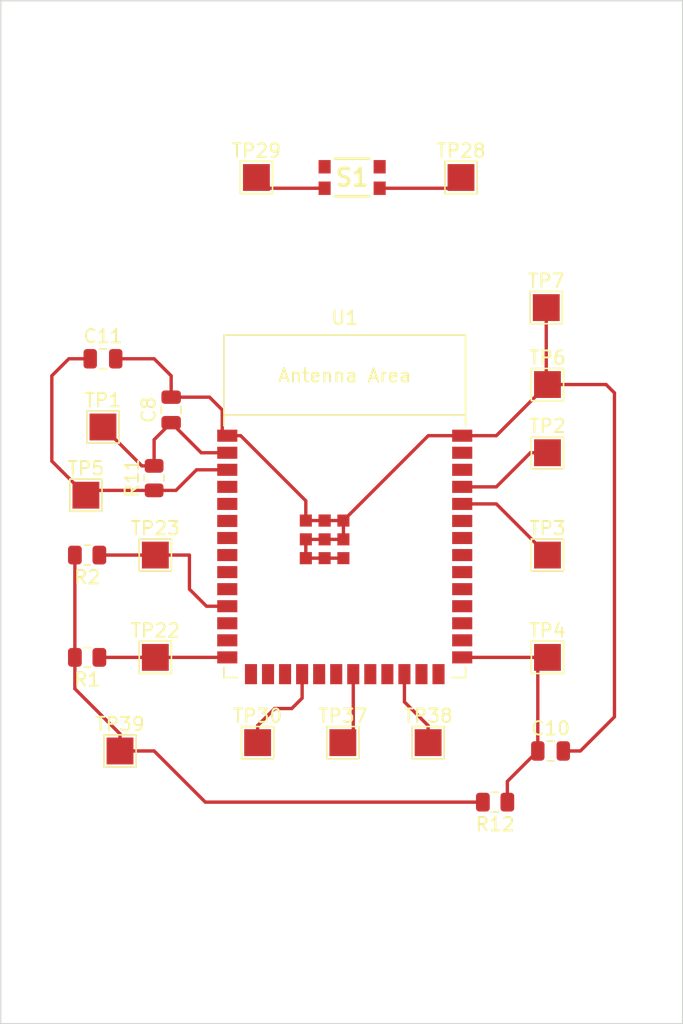
<source format=kicad_pcb>
(kicad_pcb (version 20221018) (generator pcbnew)
  (layers (0 "F.Cu" signal) (31 "B.Cu" signal) (34 "B.Paste" user) (35 "F.Paste" user) (36 "B.SilkS" user "B.Silkscreen") (37 "F.SilkS" user "F.Silkscreen") (38 "B.Mask" user) (39 "F.Mask" user) (44 "Edge.Cuts" user))
  (net 0 "")
  (net 1 "Net-(U1-GPIO20{slash}U1CTS{slash}ADC2_CH9{slash}CLK_OUT1{slash}USB_D+)")
  (net 2 "Net-(U1-3V3)")
  (net 3 "Net-(U1-U0TXD{slash}GPIO43{slash}CLK_OUT1)")
  (net 4 "Net-(U1-U0RXD{slash}GPIO44{slash}CLK_OUT2)")
  (net 5 "Net-(U1-GPIO0{slash}BOOT)")
  (net 6 "Net-(U1-EN)")
  (net 7 "Net-(S1-Pad2)")
  (net 8 "Net-(S1-Pad1)")
  (net 33 "Net-(U1-GPIO13{slash}TOUCH13{slash}ADC2_CH2{slash}FSPIQ{slash}FSPIIO7{slash}SUBSPIQ)")
  (net 35 "Net-(U1-GPIO10{slash}TOUCH10{slash}ADC1_CH9{slash}FSPICS0{slash}FSPIIO4{slash}SUBSPICS0)")
  (net 36 "Net-(U1-GPIO47{slash}SPICLK_P{slash}SUBSPICLK_P_DIFF)")
  (net 39 "Net-(U1-GPIO18{slash}U1RXD{slash}ADC2_CH7{slash}CLK_OUT3)")
  (net 43 "Net-(C10-Pad2)")
  (footprint "TestPoint:TestPoint_Pad_2.0x2.0mm" (layer "F.Cu") (at 218.44 73.66)
    (fp_text reference "TP7" (at 0 -1.998) (layer "F.SilkS"))
    (fp_text value "FL_GND")
    (fp_line (start -1.2 -1.2) (end 1.2 -1.2) (stroke (width 0.12)) (layer "F.SilkS"))
    (fp_line (start -1.2 1.2) (end -1.2 -1.2) (stroke (width 0.12)) (layer "F.SilkS"))
    (fp_line (start 1.2 -1.2) (end 1.2 1.2) (stroke (width 0.12)) (layer "F.SilkS"))
    (fp_line (start 1.2 1.2) (end -1.2 1.2) (stroke (width 0.12)) (layer "F.SilkS"))
    (pad "1" smd rect (at 0 0) (size 2 2) (layers "F.Cu" "F.Mask") (net 43 "Net-(C10-Pad2)"))
  )
  (footprint "TestPoint:TestPoint_Pad_2.0x2.0mm" (layer "F.Cu") (at 189.32 92.09)
    (fp_text reference "TP23" (at 0 -1.998) (layer "F.SilkS"))
    (fp_text value "SDA")
    (fp_line (start -1.2 -1.2) (end 1.2 -1.2) (stroke (width 0.12)) (layer "F.SilkS"))
    (fp_line (start -1.2 1.2) (end -1.2 -1.2) (stroke (width 0.12)) (layer "F.SilkS"))
    (fp_line (start 1.2 -1.2) (end 1.2 1.2) (stroke (width 0.12)) (layer "F.SilkS"))
    (fp_line (start 1.2 1.2) (end -1.2 1.2) (stroke (width 0.12)) (layer "F.SilkS"))
    (pad "1" smd rect (at 0 0) (size 2 2) (layers "F.Cu" "F.Mask") (net 39 "Net-(U1-GPIO18{slash}U1RXD{slash}ADC2_CH7{slash}CLK_OUT3)"))
  )
  (footprint "TestPoint:TestPoint_Pad_2.0x2.0mm" (layer "F.Cu") (at 218.53 84.47)
    (fp_text reference "TP2" (at 0 -1.998) (layer "F.SilkS"))
    (fp_text value "FL_RXD")
    (fp_line (start -1.2 -1.2) (end 1.2 -1.2) (stroke (width 0.12)) (layer "F.SilkS"))
    (fp_line (start -1.2 1.2) (end -1.2 -1.2) (stroke (width 0.12)) (layer "F.SilkS"))
    (fp_line (start 1.2 -1.2) (end 1.2 1.2) (stroke (width 0.12)) (layer "F.SilkS"))
    (fp_line (start 1.2 1.2) (end -1.2 1.2) (stroke (width 0.12)) (layer "F.SilkS"))
    (pad "1" smd rect (at 0 0) (size 2 2) (layers "F.Cu" "F.Mask") (net 3 "Net-(U1-U0TXD{slash}GPIO43{slash}CLK_OUT1)"))
  )
  (footprint "TestPoint:TestPoint_Pad_2.0x2.0mm" (layer "F.Cu") (at 218.53 92.09)
    (fp_text reference "TP3" (at 0 -1.998) (layer "F.SilkS"))
    (fp_text value "FL_TXD")
    (fp_line (start -1.2 -1.2) (end 1.2 -1.2) (stroke (width 0.12)) (layer "F.SilkS"))
    (fp_line (start -1.2 1.2) (end -1.2 -1.2) (stroke (width 0.12)) (layer "F.SilkS"))
    (fp_line (start 1.2 -1.2) (end 1.2 1.2) (stroke (width 0.12)) (layer "F.SilkS"))
    (fp_line (start 1.2 1.2) (end -1.2 1.2) (stroke (width 0.12)) (layer "F.SilkS"))
    (pad "1" smd rect (at 0 0) (size 2 2) (layers "F.Cu" "F.Mask") (net 4 "Net-(U1-U0RXD{slash}GPIO44{slash}CLK_OUT2)"))
  )
  (footprint "Resistor_SMD:R_0805_2012Metric" (layer "F.Cu") (at 214.63 110.49 180)
    (fp_text reference "R12" (at 0 -1.65) (layer "F.SilkS"))
    (fp_text value "10kΩ")
    (fp_line (start -0.227064 -0.735) (end 0.227064 -0.735) (stroke (width 0.12)) (layer "F.SilkS"))
    (fp_line (start -0.227064 0.735) (end 0.227064 0.735) (stroke (width 0.12)) (layer "F.SilkS"))
    (pad "1" smd roundrect (at -0.9125 0 180) (size 1.025 1.4) (layers "F.Cu" "F.Paste" "F.Mask") (roundrect_rratio 0.243902439) (net 5 "Net-(U1-GPIO0{slash}BOOT)"))
    (pad "2" smd roundrect (at 0.9125 0 180) (size 1.025 1.4) (layers "F.Cu" "F.Paste" "F.Mask") (roundrect_rratio 0.243902439) (net 2 "Net-(U1-3V3)"))
  )
  (footprint "Resistor_SMD:R_0805_2012Metric" (layer "F.Cu") (at 184.24 92.09 180)
    (fp_text reference "R2" (at 0 -1.65) (layer "F.SilkS"))
    (fp_text value "10kΩ")
    (fp_line (start -0.227064 -0.735) (end 0.227064 -0.735) (stroke (width 0.12)) (layer "F.SilkS"))
    (fp_line (start -0.227064 0.735) (end 0.227064 0.735) (stroke (width 0.12)) (layer "F.SilkS"))
    (pad "1" smd roundrect (at -0.9125 0 180) (size 1.025 1.4) (layers "F.Cu" "F.Paste" "F.Mask") (roundrect_rratio 0.243902439) (net 39 "Net-(U1-GPIO18{slash}U1RXD{slash}ADC2_CH7{slash}CLK_OUT3)"))
    (pad "2" smd roundrect (at 0.9125 0 180) (size 1.025 1.4) (layers "F.Cu" "F.Paste" "F.Mask") (roundrect_rratio 0.243902439) (net 2 "Net-(U1-3V3)"))
  )
  (footprint "TestPoint:TestPoint_Pad_2.0x2.0mm" (layer "F.Cu") (at 189.32 99.71)
    (fp_text reference "TP22" (at 0 -1.998) (layer "F.SilkS"))
    (fp_text value "SCL")
    (fp_line (start -1.2 -1.2) (end 1.2 -1.2) (stroke (width 0.12)) (layer "F.SilkS"))
    (fp_line (start -1.2 1.2) (end -1.2 -1.2) (stroke (width 0.12)) (layer "F.SilkS"))
    (fp_line (start 1.2 -1.2) (end 1.2 1.2) (stroke (width 0.12)) (layer "F.SilkS"))
    (fp_line (start 1.2 1.2) (end -1.2 1.2) (stroke (width 0.12)) (layer "F.SilkS"))
    (pad "1" smd rect (at 0 0) (size 2 2) (layers "F.Cu" "F.Mask") (net 1 "Net-(U1-GPIO20{slash}U1CTS{slash}ADC2_CH9{slash}CLK_OUT1{slash}USB_D+)"))
  )
  (footprint "TestPoint:TestPoint_Pad_2.0x2.0mm" (layer "F.Cu") (at 196.85 63.97)
    (fp_text reference "TP29" (at 0 -1.998) (layer "F.SilkS"))
    (fp_text value "GPIO_Switch")
    (fp_line (start -1.2 -1.2) (end 1.2 -1.2) (stroke (width 0.12)) (layer "F.SilkS"))
    (fp_line (start -1.2 1.2) (end -1.2 -1.2) (stroke (width 0.12)) (layer "F.SilkS"))
    (fp_line (start 1.2 -1.2) (end 1.2 1.2) (stroke (width 0.12)) (layer "F.SilkS"))
    (fp_line (start 1.2 1.2) (end -1.2 1.2) (stroke (width 0.12)) (layer "F.SilkS"))
    (pad "1" smd rect (at 0 0) (size 2 2) (layers "F.Cu" "F.Mask") (net 8 "Net-(S1-Pad1)"))
  )
  (footprint "Capacitor_SMD:C_0805_2012Metric" (layer "F.Cu") (at 218.76 106.68)
    (fp_text reference "C10" (at 0 -1.68) (layer "F.SilkS"))
    (fp_text value "0.1µF")
    (fp_line (start -0.261252 -0.735) (end 0.261252 -0.735) (stroke (width 0.12)) (layer "F.SilkS"))
    (fp_line (start -0.261252 0.735) (end 0.261252 0.735) (stroke (width 0.12)) (layer "F.SilkS"))
    (pad "1" smd roundrect (at -0.95 0) (size 1 1.45) (layers "F.Cu" "F.Paste" "F.Mask") (net 5 "Net-(U1-GPIO0{slash}BOOT)"))
    (pad "2" smd roundrect (at 0.95 0) (size 1 1.45) (layers "F.Cu" "F.Paste" "F.Mask") (net 43 "Net-(C10-Pad2)"))
  )
  (footprint "Capacitor_SMD:C_0805_2012Metric" (layer "F.Cu") (at 185.42 77.47)
    (fp_text reference "C11" (at 0 -1.68) (layer "F.SilkS"))
    (fp_text value "470nF")
    (fp_line (start -0.261252 -0.735) (end 0.261252 -0.735) (stroke (width 0.12)) (layer "F.SilkS"))
    (fp_line (start -0.261252 0.735) (end 0.261252 0.735) (stroke (width 0.12)) (layer "F.SilkS"))
    (pad "1" smd roundrect (at -0.95 0) (size 1 1.45) (layers "F.Cu" "F.Paste" "F.Mask") (net 6 "Net-(U1-EN)"))
    (pad "2" smd roundrect (at 0.95 0) (size 1 1.45) (layers "F.Cu" "F.Paste" "F.Mask") (net 43 "Net-(C10-Pad2)"))
  )
  (footprint "Resistor_SMD:R_0805_2012Metric" (layer "F.Cu") (at 189.23 86.36 90)
    (fp_text reference "R11" (at 0 -1.65 90) (layer "F.SilkS"))
    (fp_text value "10kΩ")
    (fp_line (start -0.227064 -0.735) (end 0.227064 -0.735) (stroke (width 0.12)) (layer "F.SilkS"))
    (fp_line (start -0.227064 0.735) (end 0.227064 0.735) (stroke (width 0.12)) (layer "F.SilkS"))
    (pad "1" smd roundrect (at -0.9125 0 90) (size 1.025 1.4) (layers "F.Cu" "F.Paste" "F.Mask") (roundrect_rratio 0.243902439) (net 6 "Net-(U1-EN)"))
    (pad "2" smd roundrect (at 0.9125 0 90) (size 1.025 1.4) (layers "F.Cu" "F.Paste" "F.Mask") (roundrect_rratio 0.243902439) (net 2 "Net-(U1-3V3)"))
  )
  (footprint "TestPoint:TestPoint_Pad_2.0x2.0mm" (layer "F.Cu") (at 203.29 106.06)
    (fp_text reference "TP37" (at 0 -1.998) (layer "F.SilkS"))
    (fp_text value "GPIO_Photo")
    (fp_line (start -1.2 -1.2) (end 1.2 -1.2) (stroke (width 0.12)) (layer "F.SilkS"))
    (fp_line (start -1.2 1.2) (end -1.2 -1.2) (stroke (width 0.12)) (layer "F.SilkS"))
    (fp_line (start 1.2 -1.2) (end 1.2 1.2) (stroke (width 0.12)) (layer "F.SilkS"))
    (fp_line (start 1.2 1.2) (end -1.2 1.2) (stroke (width 0.12)) (layer "F.SilkS"))
    (pad "1" smd rect (at 0 0) (size 2 2) (layers "F.Cu" "F.Mask") (net 33 "Net-(U1-GPIO13{slash}TOUCH13{slash}ADC2_CH2{slash}FSPIQ{slash}FSPIIO7{slash}SUBSPIQ)"))
  )
  (footprint "TestPoint:TestPoint_Pad_2.0x2.0mm" (layer "F.Cu") (at 218.53 79.39)
    (fp_text reference "TP6" (at 0 -1.998) (layer "F.SilkS"))
    (fp_text value "GND")
    (fp_line (start -1.2 -1.2) (end 1.2 -1.2) (stroke (width 0.12)) (layer "F.SilkS"))
    (fp_line (start -1.2 1.2) (end -1.2 -1.2) (stroke (width 0.12)) (layer "F.SilkS"))
    (fp_line (start 1.2 -1.2) (end 1.2 1.2) (stroke (width 0.12)) (layer "F.SilkS"))
    (fp_line (start 1.2 1.2) (end -1.2 1.2) (stroke (width 0.12)) (layer "F.SilkS"))
    (pad "1" smd rect (at 0 0) (size 2 2) (layers "F.Cu" "F.Mask") (net 43 "Net-(C10-Pad2)"))
  )
  (footprint "TestPoint:TestPoint_Pad_2.0x2.0mm" (layer "F.Cu") (at 209.64 106.06)
    (fp_text reference "TP38" (at 0 -1.998) (layer "F.SilkS"))
    (fp_text value "GPIO_Pixel")
    (fp_line (start -1.2 -1.2) (end 1.2 -1.2) (stroke (width 0.12)) (layer "F.SilkS"))
    (fp_line (start -1.2 1.2) (end -1.2 -1.2) (stroke (width 0.12)) (layer "F.SilkS"))
    (fp_line (start 1.2 -1.2) (end 1.2 1.2) (stroke (width 0.12)) (layer "F.SilkS"))
    (fp_line (start 1.2 1.2) (end -1.2 1.2) (stroke (width 0.12)) (layer "F.SilkS"))
    (pad "1" smd rect (at 0 0) (size 2 2) (layers "F.Cu" "F.Mask") (net 36 "Net-(U1-GPIO47{slash}SPICLK_P{slash}SUBSPICLK_P_DIFF)"))
  )
  (footprint "Capacitor_SMD:C_0805_2012Metric" (layer "F.Cu") (at 190.5 81.28 90)
    (fp_text reference "C8" (at 0 -1.68 90) (layer "F.SilkS"))
    (fp_text value "0.1µF")
    (fp_line (start -0.261252 -0.735) (end 0.261252 -0.735) (stroke (width 0.12)) (layer "F.SilkS"))
    (fp_line (start -0.261252 0.735) (end 0.261252 0.735) (stroke (width 0.12)) (layer "F.SilkS"))
    (pad "1" smd roundrect (at -0.95 0 90) (size 1 1.45) (layers "F.Cu" "F.Paste" "F.Mask") (net 2 "Net-(U1-3V3)"))
    (pad "2" smd roundrect (at 0.95 0 90) (size 1 1.45) (layers "F.Cu" "F.Paste" "F.Mask") (net 43 "Net-(C10-Pad2)"))
  )
  (footprint "PCM_Espressif:ESP32-S3-WROOM-1" (layer "F.Cu") (at 203.43 91.46)
    (fp_text reference "U1" (at 0 -17.05) (layer "F.SilkS"))
    (fp_text value "ESP32-S3-WROOM-1")
    (fp_text user "Antenna Area" (at 0 -12.75) (layer "F.SilkS"))
    (fp_line (start -9 -15.75) (end -9 -9) (stroke (width 0.12)) (layer "F.SilkS"))
    (fp_line (start -9 -15.75) (end 9 -15.75) (stroke (width 0.12)) (layer "F.SilkS"))
    (fp_line (start -9 9) (end -9 9.75) (stroke (width 0.12)) (layer "F.SilkS"))
    (fp_line (start -9 9.75) (end -8 9.75) (stroke (width 0.12)) (layer "F.SilkS"))
    (fp_line (start 9 -15.75) (end 9 -9) (stroke (width 0.12)) (layer "F.SilkS"))
    (fp_line (start 9 -9.81) (end -9 -9.81) (stroke (width 0.12)) (layer "F.SilkS"))
    (fp_line (start 9 9) (end 9 9.75) (stroke (width 0.12)) (layer "F.SilkS"))
    (fp_line (start 9 9.75) (end 8 9.75) (stroke (width 0.12)) (layer "F.SilkS"))
    (pad "1" smd rect (at -8.75 -8.26) (size 1.5 0.9) (layers "F.Cu" "F.Paste" "F.Mask") (net 43 "Net-(C10-Pad2)"))
    (pad "2" smd rect (at -8.75 -6.99) (size 1.5 0.9) (layers "F.Cu" "F.Paste" "F.Mask") (net 2 "Net-(U1-3V3)"))
    (pad "3" smd rect (at -8.75 -5.72) (size 1.5 0.9) (layers "F.Cu" "F.Paste" "F.Mask") (net 6 "Net-(U1-EN)"))
    (pad "4" smd rect (at -8.75 -4.45) (size 1.5 0.9) (layers "F.Cu" "F.Paste" "F.Mask"))
    (pad "5" smd rect (at -8.75 -3.18) (size 1.5 0.9) (layers "F.Cu" "F.Paste" "F.Mask"))
    (pad "6" smd rect (at -8.75 -1.91) (size 1.5 0.9) (layers "F.Cu" "F.Paste" "F.Mask"))
    (pad "7" smd rect (at -8.75 -0.64) (size 1.5 0.9) (layers "F.Cu" "F.Paste" "F.Mask"))
    (pad "8" smd rect (at -8.75 0.63) (size 1.5 0.9) (layers "F.Cu" "F.Paste" "F.Mask"))
    (pad "9" smd rect (at -8.75 1.9) (size 1.5 0.9) (layers "F.Cu" "F.Paste" "F.Mask"))
    (pad "10" smd rect (at -8.75 3.17) (size 1.5 0.9) (layers "F.Cu" "F.Paste" "F.Mask"))
    (pad "11" smd rect (at -8.75 4.44) (size 1.5 0.9) (layers "F.Cu" "F.Paste" "F.Mask") (net 39 "Net-(U1-GPIO18{slash}U1RXD{slash}ADC2_CH7{slash}CLK_OUT3)"))
    (pad "12" smd rect (at -8.75 5.71) (size 1.5 0.9) (layers "F.Cu" "F.Paste" "F.Mask"))
    (pad "13" smd rect (at -8.75 6.98) (size 1.5 0.9) (layers "F.Cu" "F.Paste" "F.Mask"))
    (pad "14" smd rect (at -8.75 8.25) (size 1.5 0.9) (layers "F.Cu" "F.Paste" "F.Mask") (net 1 "Net-(U1-GPIO20{slash}U1CTS{slash}ADC2_CH9{slash}CLK_OUT1{slash}USB_D+)"))
    (pad "15" smd rect (at -6.985 9.5 90) (size 1.5 0.9) (layers "F.Cu" "F.Paste" "F.Mask"))
    (pad "16" smd rect (at -5.715 9.5 90) (size 1.5 0.9) (layers "F.Cu" "F.Paste" "F.Mask"))
    (pad "17" smd rect (at -4.445 9.5 90) (size 1.5 0.9) (layers "F.Cu" "F.Paste" "F.Mask"))
    (pad "18" smd rect (at -3.175 9.5 90) (size 1.5 0.9) (layers "F.Cu" "F.Paste" "F.Mask") (net 35 "Net-(U1-GPIO10{slash}TOUCH10{slash}ADC1_CH9{slash}FSPICS0{slash}FSPIIO4{slash}SUBSPICS0)"))
    (pad "19" smd rect (at -1.905 9.5 90) (size 1.5 0.9) (layers "F.Cu" "F.Paste" "F.Mask"))
    (pad "20" smd rect (at -0.635 9.5 90) (size 1.5 0.9) (layers "F.Cu" "F.Paste" "F.Mask"))
    (pad "21" smd rect (at 0.635 9.5 90) (size 1.5 0.9) (layers "F.Cu" "F.Paste" "F.Mask") (net 33 "Net-(U1-GPIO13{slash}TOUCH13{slash}ADC2_CH2{slash}FSPIQ{slash}FSPIIO7{slash}SUBSPIQ)"))
    (pad "22" smd rect (at 1.905 9.5 90) (size 1.5 0.9) (layers "F.Cu" "F.Paste" "F.Mask"))
    (pad "23" smd rect (at 3.175 9.5 90) (size 1.5 0.9) (layers "F.Cu" "F.Paste" "F.Mask"))
    (pad "24" smd rect (at 4.445 9.5 90) (size 1.5 0.9) (layers "F.Cu" "F.Paste" "F.Mask") (net 36 "Net-(U1-GPIO47{slash}SPICLK_P{slash}SUBSPICLK_P_DIFF)"))
    (pad "25" smd rect (at 5.715 9.5 90) (size 1.5 0.9) (layers "F.Cu" "F.Paste" "F.Mask"))
    (pad "26" smd rect (at 6.985 9.5 90) (size 1.5 0.9) (layers "F.Cu" "F.Paste" "F.Mask"))
    (pad "27" smd rect (at 8.75 8.25 180) (size 1.5 0.9) (layers "F.Cu" "F.Paste" "F.Mask") (net 5 "Net-(U1-GPIO0{slash}BOOT)"))
    (pad "28" smd rect (at 8.75 6.98 180) (size 1.5 0.9) (layers "F.Cu" "F.Paste" "F.Mask"))
    (pad "29" smd rect (at 8.75 5.71 180) (size 1.5 0.9) (layers "F.Cu" "F.Paste" "F.Mask"))
    (pad "30" smd rect (at 8.75 4.44 180) (size 1.5 0.9) (layers "F.Cu" "F.Paste" "F.Mask"))
    (pad "31" smd rect (at 8.75 3.17 180) (size 1.5 0.9) (layers "F.Cu" "F.Paste" "F.Mask"))
    (pad "32" smd rect (at 8.75 1.9 180) (size 1.5 0.9) (layers "F.Cu" "F.Paste" "F.Mask"))
    (pad "33" smd rect (at 8.75 0.63 180) (size 1.5 0.9) (layers "F.Cu" "F.Paste" "F.Mask"))
    (pad "34" smd rect (at 8.75 -0.64 180) (size 1.5 0.9) (layers "F.Cu" "F.Paste" "F.Mask"))
    (pad "35" smd rect (at 8.75 -1.91 180) (size 1.5 0.9) (layers "F.Cu" "F.Paste" "F.Mask"))
    (pad "36" smd rect (at 8.75 -3.18 180) (size 1.5 0.9) (layers "F.Cu" "F.Paste" "F.Mask") (net 4 "Net-(U1-U0RXD{slash}GPIO44{slash}CLK_OUT2)"))
    (pad "37" smd rect (at 8.75 -4.45 180) (size 1.5 0.9) (layers "F.Cu" "F.Paste" "F.Mask") (net 3 "Net-(U1-U0TXD{slash}GPIO43{slash}CLK_OUT1)"))
    (pad "38" smd rect (at 8.75 -5.72 180) (size 1.5 0.9) (layers "F.Cu" "F.Paste" "F.Mask"))
    (pad "39" smd rect (at 8.75 -6.99 180) (size 1.5 0.9) (layers "F.Cu" "F.Paste" "F.Mask"))
    (pad "40" smd rect (at 8.75 -8.26 180) (size 1.5 0.9) (layers "F.Cu" "F.Paste" "F.Mask") (net 43 "Net-(C10-Pad2)"))
    (pad "41" smd rect (at -2.9 -1.94 180) (size 0.9 0.9) (layers "F.Cu" "F.Paste" "F.Mask") (net 43 "Net-(C10-Pad2)"))
    (pad "41" smd rect (at -2.9 -0.54 180) (size 0.9 0.9) (layers "F.Cu" "F.Paste" "F.Mask") (net 43 "Net-(C10-Pad2)"))
    (pad "41" smd rect (at -2.9 0.86 180) (size 0.9 0.9) (layers "F.Cu" "F.Paste" "F.Mask") (net 43 "Net-(C10-Pad2)"))
    (pad "41" smd rect (at -2.9 0.86 180) (size 0.9 0.9) (layers "F.Cu" "F.Paste" "F.Mask") (net 43 "Net-(C10-Pad2)"))
    (pad "41" smd rect (at -1.5 -1.94 180) (size 0.9 0.9) (layers "F.Cu" "F.Paste" "F.Mask") (net 43 "Net-(C10-Pad2)"))
    (pad "41" smd rect (at -1.5 -1.94 180) (size 0.9 0.9) (layers "F.Cu" "F.Paste" "F.Mask") (net 43 "Net-(C10-Pad2)"))
    (pad "41" smd rect (at -1.5 -0.54 180) (size 0.9 0.9) (layers "F.Cu" "F.Paste" "F.Mask") (net 43 "Net-(C10-Pad2)"))
    (pad "41" smd rect (at -1.5 0.86 180) (size 0.9 0.9) (layers "F.Cu" "F.Paste" "F.Mask") (net 43 "Net-(C10-Pad2)"))
    (pad "41" smd rect (at -0.1 -1.94 180) (size 0.9 0.9) (layers "F.Cu" "F.Paste" "F.Mask") (net 43 "Net-(C10-Pad2)"))
    (pad "41" smd rect (at -0.1 -0.54 180) (size 0.9 0.9) (layers "F.Cu" "F.Paste" "F.Mask") (net 43 "Net-(C10-Pad2)"))
    (pad "41" smd rect (at -0.1 0.86 180) (size 0.9 0.9) (layers "F.Cu" "F.Paste" "F.Mask") (net 43 "Net-(C10-Pad2)"))
  )
  (footprint "TestPoint:TestPoint_Pad_2.0x2.0mm" (layer "F.Cu") (at 212.09 63.97)
    (fp_text reference "TP28" (at 0 -1.998) (layer "F.SilkS"))
    (fp_text value "GND")
    (fp_line (start -1.2 -1.2) (end 1.2 -1.2) (stroke (width 0.12)) (layer "F.SilkS"))
    (fp_line (start -1.2 1.2) (end -1.2 -1.2) (stroke (width 0.12)) (layer "F.SilkS"))
    (fp_line (start 1.2 -1.2) (end 1.2 1.2) (stroke (width 0.12)) (layer "F.SilkS"))
    (fp_line (start 1.2 1.2) (end -1.2 1.2) (stroke (width 0.12)) (layer "F.SilkS"))
    (pad "1" smd rect (at 0 0) (size 2 2) (layers "F.Cu" "F.Mask") (net 7 "Net-(S1-Pad2)"))
  )
  (footprint "TestPoint:TestPoint_Pad_2.0x2.0mm" (layer "F.Cu") (at 184.15 87.63)
    (fp_text reference "TP5" (at 0 -1.998) (layer "F.SilkS"))
    (fp_text value "FL_EN")
    (fp_line (start -1.2 -1.2) (end 1.2 -1.2) (stroke (width 0.12)) (layer "F.SilkS"))
    (fp_line (start -1.2 1.2) (end -1.2 -1.2) (stroke (width 0.12)) (layer "F.SilkS"))
    (fp_line (start 1.2 -1.2) (end 1.2 1.2) (stroke (width 0.12)) (layer "F.SilkS"))
    (fp_line (start 1.2 1.2) (end -1.2 1.2) (stroke (width 0.12)) (layer "F.SilkS"))
    (pad "1" smd rect (at 0 0) (size 2 2) (layers "F.Cu" "F.Mask") (net 6 "Net-(U1-EN)"))
  )
  (footprint "TestPoint:TestPoint_Pad_2.0x2.0mm" (layer "F.Cu") (at 185.42 82.55)
    (fp_text reference "TP1" (at 0 -1.998) (layer "F.SilkS"))
    (fp_text value "+3.3V")
    (fp_line (start -1.2 -1.2) (end 1.2 -1.2) (stroke (width 0.12)) (layer "F.SilkS"))
    (fp_line (start -1.2 1.2) (end -1.2 -1.2) (stroke (width 0.12)) (layer "F.SilkS"))
    (fp_line (start 1.2 -1.2) (end 1.2 1.2) (stroke (width 0.12)) (layer "F.SilkS"))
    (fp_line (start 1.2 1.2) (end -1.2 1.2) (stroke (width 0.12)) (layer "F.SilkS"))
    (pad "1" smd rect (at 0 0) (size 2 2) (layers "F.Cu" "F.Mask") (net 2 "Net-(U1-3V3)"))
  )
  (footprint "TestPoint:TestPoint_Pad_2.0x2.0mm" (layer "F.Cu") (at 218.53 99.71)
    (fp_text reference "TP4" (at 0 -1.998) (layer "F.SilkS"))
    (fp_text value "FL_RST")
    (fp_line (start -1.2 -1.2) (end 1.2 -1.2) (stroke (width 0.12)) (layer "F.SilkS"))
    (fp_line (start -1.2 1.2) (end -1.2 -1.2) (stroke (width 0.12)) (layer "F.SilkS"))
    (fp_line (start 1.2 -1.2) (end 1.2 1.2) (stroke (width 0.12)) (layer "F.SilkS"))
    (fp_line (start 1.2 1.2) (end -1.2 1.2) (stroke (width 0.12)) (layer "F.SilkS"))
    (pad "1" smd rect (at 0 0) (size 2 2) (layers "F.Cu" "F.Mask") (net 5 "Net-(U1-GPIO0{slash}BOOT)"))
  )
  (footprint "KMR631NGULCLFS:KMR621NG" (layer "F.Cu") (at 203.98 63.97)
    (fp_text reference "S1" (at 0 0) (layer "F.SilkS") (effects (font (size 1.27 1.27) (thickness 0.254))))
    (fp_text value "KMR631NGULCLFS" hide)
    (fp_line (start -1.285 -1.4) (end 1.285 -1.4) (stroke (width 0.2)) (layer "F.SilkS"))
    (fp_line (start -1.285 1.4) (end 1.285 1.4) (stroke (width 0.2)) (layer "F.SilkS"))
    (pad "1" smd rect (at -2.05 0.8) (size 0.9 1) (layers "F.Cu" "F.Paste" "F.Mask") (net 8 "Net-(S1-Pad1)"))
    (pad "2" smd rect (at 2.05 0.8) (size 0.9 1) (layers "F.Cu" "F.Paste" "F.Mask") (net 7 "Net-(S1-Pad2)"))
    (pad "3" smd rect (at 2.05 -0.8) (size 0.9 1) (layers "F.Cu" "F.Paste" "F.Mask"))
    (pad "4" smd rect (at -2.05 -0.8) (size 0.9 1) (layers "F.Cu" "F.Paste" "F.Mask"))
  )
  (footprint "Resistor_SMD:R_0805_2012Metric" (layer "F.Cu") (at 184.24 99.71 180)
    (fp_text reference "R1" (at 0 -1.65) (layer "F.SilkS"))
    (fp_text value "10kΩ")
    (fp_line (start -0.227064 -0.735) (end 0.227064 -0.735) (stroke (width 0.12)) (layer "F.SilkS"))
    (fp_line (start -0.227064 0.735) (end 0.227064 0.735) (stroke (width 0.12)) (layer "F.SilkS"))
    (pad "1" smd roundrect (at -0.9125 0 180) (size 1.025 1.4) (layers "F.Cu" "F.Paste" "F.Mask") (roundrect_rratio 0.243902439) (net 1 "Net-(U1-GPIO20{slash}U1CTS{slash}ADC2_CH9{slash}CLK_OUT1{slash}USB_D+)"))
    (pad "2" smd roundrect (at 0.9125 0 180) (size 1.025 1.4) (layers "F.Cu" "F.Paste" "F.Mask") (roundrect_rratio 0.243902439) (net 2 "Net-(U1-3V3)"))
  )
  (footprint "TestPoint:TestPoint_Pad_2.0x2.0mm" (layer "F.Cu") (at 186.69 106.68)
    (fp_text reference "TP39" (at 0 -1.998) (layer "F.SilkS"))
    (fp_text value "+3.3V")
    (fp_line (start -1.2 -1.2) (end 1.2 -1.2) (stroke (width 0.12)) (layer "F.SilkS"))
    (fp_line (start -1.2 1.2) (end -1.2 -1.2) (stroke (width 0.12)) (layer "F.SilkS"))
    (fp_line (start 1.2 -1.2) (end 1.2 1.2) (stroke (width 0.12)) (layer "F.SilkS"))
    (fp_line (start 1.2 1.2) (end -1.2 1.2) (stroke (width 0.12)) (layer "F.SilkS"))
    (pad "1" smd rect (at 0 0) (size 2 2) (layers "F.Cu" "F.Mask") (net 2 "Net-(U1-3V3)"))
  )
  (footprint "TestPoint:TestPoint_Pad_2.0x2.0mm" (layer "F.Cu") (at 196.94 106.06)
    (fp_text reference "TP30" (at 0 -1.998) (layer "F.SilkS"))
    (fp_text value "GPIO_Switch")
    (fp_line (start -1.2 -1.2) (end 1.2 -1.2) (stroke (width 0.12)) (layer "F.SilkS"))
    (fp_line (start -1.2 1.2) (end -1.2 -1.2) (stroke (width 0.12)) (layer "F.SilkS"))
    (fp_line (start 1.2 -1.2) (end 1.2 1.2) (stroke (width 0.12)) (layer "F.SilkS"))
    (fp_line (start 1.2 1.2) (end -1.2 1.2) (stroke (width 0.12)) (layer "F.SilkS"))
    (pad "1" smd rect (at 0 0) (size 2 2) (layers "F.Cu" "F.Mask") (net 35 "Net-(U1-GPIO10{slash}TOUCH10{slash}ADC1_CH9{slash}FSPICS0{slash}FSPIIO4{slash}SUBSPICS0)"))
  )
  (gr_rect (start 177.8 50.8) (end 228.6 127) (stroke (width 0.1)) (fill none) (layer "Edge.Cuts"))
  (segment (start 189.32 99.71) (end 194.68 99.71) (width 0.25) (layer "F.Cu") (net 1))
  (segment (start 185.1525 99.71) (end 189.32 99.71) (width 0.25) (layer "F.Cu") (net 1))
  (segment (start 188.3175 85.4475) (end 189.23 85.4475) (width 0.25) (layer "F.Cu") (net 2))
  (segment (start 183.3275 102.0475) (end 186.69 105.41) (width 0.25) (layer "F.Cu") (net 2))
  (segment (start 186.69 105.41) (end 186.69 106.68) (width 0.25) (layer "F.Cu") (net 2))
  (segment (start 192.74 84.47) (end 194.68 84.47) (width 0.25) (layer "F.Cu") (net 2))
  (segment (start 193.04 110.49) (end 213.7175 110.49) (width 0.25) (layer "F.Cu") (net 2))
  (segment (start 183.3275 99.71) (end 183.3275 102.0475) (width 0.25) (layer "F.Cu") (net 2))
  (segment (start 185.42 82.55) (end 188.3175 85.4475) (width 0.25) (layer "F.Cu") (net 2))
  (segment (start 189.23 83.5) (end 190.5 82.23) (width 0.25) (layer "F.Cu") (net 2))
  (segment (start 186.69 106.68) (end 189.23 106.68) (width 0.25) (layer "F.Cu") (net 2))
  (segment (start 190.5 82.23) (end 192.74 84.47) (width 0.25) (layer "F.Cu") (net 2))
  (segment (start 189.23 106.68) (end 193.04 110.49) (width 0.25) (layer "F.Cu") (net 2))
  (segment (start 189.23 85.4475) (end 189.23 83.5) (width 0.25) (layer "F.Cu") (net 2))
  (segment (start 183.3275 92.09) (end 183.3275 99.71) (width 0.25) (layer "F.Cu") (net 2))
  (segment (start 217.26 84.47) (end 218.53 84.47) (width 0.25) (layer "F.Cu") (net 3))
  (segment (start 214.72 87.01) (end 217.26 84.47) (width 0.25) (layer "F.Cu") (net 3))
  (segment (start 212.18 87.01) (end 214.72 87.01) (width 0.25) (layer "F.Cu") (net 3))
  (segment (start 212.18 88.28) (end 214.72 88.28) (width 0.25) (layer "F.Cu") (net 4))
  (segment (start 214.72 88.28) (end 218.53 92.09) (width 0.25) (layer "F.Cu") (net 4))
  (segment (start 215.5425 110.49) (end 215.5425 108.9475) (width 0.25) (layer "F.Cu") (net 5))
  (segment (start 215.5425 108.9475) (end 217.81 106.68) (width 0.25) (layer "F.Cu") (net 5))
  (segment (start 217.81 100.43) (end 218.53 99.71) (width 0.25) (layer "F.Cu") (net 5))
  (segment (start 217.81 106.68) (end 217.81 100.43) (width 0.25) (layer "F.Cu") (net 5))
  (segment (start 212.18 99.71) (end 218.53 99.71) (width 0.25) (layer "F.Cu") (net 5))
  (segment (start 181.61 78.74) (end 181.61 85.09) (width 0.25) (layer "F.Cu") (net 6))
  (segment (start 189.23 87.2725) (end 184.5075 87.2725) (width 0.25) (layer "F.Cu") (net 6))
  (segment (start 184.5075 87.2725) (end 184.15 87.63) (width 0.25) (layer "F.Cu") (net 6))
  (segment (start 184.47 77.47) (end 182.88 77.47) (width 0.25) (layer "F.Cu") (net 6))
  (segment (start 182.88 77.47) (end 181.61 78.74) (width 0.25) (layer "F.Cu") (net 6))
  (segment (start 192.39 85.74) (end 194.68 85.74) (width 0.25) (layer "F.Cu") (net 6))
  (segment (start 190.8575 87.2725) (end 192.39 85.74) (width 0.25) (layer "F.Cu") (net 6))
  (segment (start 181.61 85.09) (end 184.15 87.63) (width 0.25) (layer "F.Cu") (net 6))
  (segment (start 189.23 87.2725) (end 190.8575 87.2725) (width 0.25) (layer "F.Cu") (net 6))
  (segment (start 211.29 64.77) (end 212.09 63.97) (width 0.25) (layer "F.Cu") (net 7))
  (segment (start 206.03 64.77) (end 211.29 64.77) (width 0.25) (layer "F.Cu") (net 7))
  (segment (start 201.93 64.77) (end 197.65 64.77) (width 0.25) (layer "F.Cu") (net 8))
  (segment (start 197.65 64.77) (end 196.85 63.97) (width 0.25) (layer "F.Cu") (net 8))
  (segment (start 204.065 105.285) (end 204.065 100.96) (width 0.25) (layer "F.Cu") (net 33))
  (segment (start 203.29 106.06) (end 204.065 105.285) (width 0.25) (layer "F.Cu") (net 33))
  (segment (start 198.21 103.52) (end 199.48 103.52) (width 0.25) (layer "F.Cu") (net 35))
  (segment (start 196.94 106.06) (end 196.94 104.79) (width 0.25) (layer "F.Cu") (net 35))
  (segment (start 199.48 103.52) (end 200.255 102.745) (width 0.25) (layer "F.Cu") (net 35))
  (segment (start 196.94 104.79) (end 198.21 103.52) (width 0.25) (layer "F.Cu") (net 35))
  (segment (start 200.255 102.745) (end 200.255 100.96) (width 0.25) (layer "F.Cu") (net 35))
  (segment (start 209.64 104.79) (end 207.875 103.025) (width 0.25) (layer "F.Cu") (net 36))
  (segment (start 207.875 103.025) (end 207.875 100.96) (width 0.25) (layer "F.Cu") (net 36))
  (segment (start 209.64 106.06) (end 209.64 104.79) (width 0.25) (layer "F.Cu") (net 36))
  (segment (start 189.32 92.09) (end 191.86 92.09) (width 0.25) (layer "F.Cu") (net 39))
  (segment (start 191.86 94.63) (end 193.13 95.9) (width 0.25) (layer "F.Cu") (net 39))
  (segment (start 191.86 92.09) (end 191.86 94.63) (width 0.25) (layer "F.Cu") (net 39))
  (segment (start 185.1525 92.09) (end 189.32 92.09) (width 0.25) (layer "F.Cu") (net 39))
  (segment (start 193.13 95.9) (end 194.68 95.9) (width 0.25) (layer "F.Cu") (net 39))
  (segment (start 203.33 89.52) (end 203.33 90.92) (width 0.25) (layer "F.Cu") (net 43))
  (segment (start 218.44 73.66) (end 218.44 79.3) (width 0.25) (layer "F.Cu") (net 43))
  (segment (start 200.53 90.92) (end 200.53 92.32) (width 0.25) (layer "F.Cu") (net 43))
  (segment (start 220.98 106.68) (end 219.71 106.68) (width 0.25) (layer "F.Cu") (net 43))
  (segment (start 200.53 88.05) (end 200.53 89.52) (width 0.25) (layer "F.Cu") (net 43))
  (segment (start 189.23 77.47) (end 190.5 78.74) (width 0.25) (layer "F.Cu") (net 43))
  (segment (start 194.305 81.28) (end 193.355 80.33) (width 0.25) (layer "F.Cu") (net 43))
  (segment (start 200.53 89.52) (end 203.33 89.52) (width 0.25) (layer "F.Cu") (net 43))
  (segment (start 186.37 77.47) (end 189.23 77.47) (width 0.25) (layer "F.Cu") (net 43))
  (segment (start 203.33 90.92) (end 200.53 90.92) (width 0.25) (layer "F.Cu") (net 43))
  (segment (start 218.53 79.39) (end 222.9 79.39) (width 0.25) (layer "F.Cu") (net 43))
  (segment (start 193.355 80.33) (end 190.5 80.33) (width 0.25) (layer "F.Cu") (net 43))
  (segment (start 223.52 80.01) (end 223.52 104.14) (width 0.25) (layer "F.Cu") (net 43))
  (segment (start 222.9 79.39) (end 223.52 80.01) (width 0.25) (layer "F.Cu") (net 43))
  (segment (start 195.68 83.2) (end 200.53 88.05) (width 0.25) (layer "F.Cu") (net 43))
  (segment (start 200.53 92.32) (end 203.33 92.32) (width 0.25) (layer "F.Cu") (net 43))
  (segment (start 223.52 104.14) (end 220.98 106.68) (width 0.25) (layer "F.Cu") (net 43))
  (segment (start 209.65 83.2) (end 212.18 83.2) (width 0.25) (layer "F.Cu") (net 43))
  (segment (start 194.68 83.2) (end 194.305 82.825) (width 0.25) (layer "F.Cu") (net 43))
  (segment (start 194.68 83.2) (end 195.68 83.2) (width 0.25) (layer "F.Cu") (net 43))
  (segment (start 212.18 83.2) (end 214.72 83.2) (width 0.25) (layer "F.Cu") (net 43))
  (segment (start 194.305 82.825) (end 194.305 81.28) (width 0.25) (layer "F.Cu") (net 43))
  (segment (start 203.33 89.52) (end 209.65 83.2) (width 0.25) (layer "F.Cu") (net 43))
  (segment (start 190.5 78.74) (end 190.5 80.33) (width 0.25) (layer "F.Cu") (net 43))
  (segment (start 218.44 79.3) (end 218.53 79.39) (width 0.25) (layer "F.Cu") (net 43))
  (segment (start 214.72 83.2) (end 218.53 79.39) (width 0.25) (layer "F.Cu") (net 43))
)
</source>
